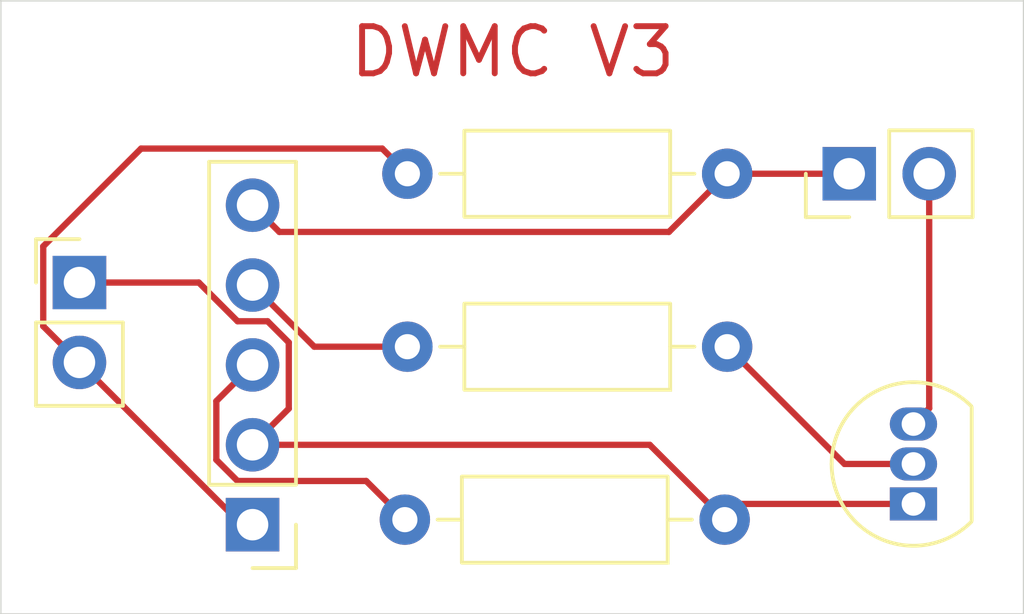
<source format=kicad_pcb>
(kicad_pcb (version 20241229) (generator "pcbnew") (generator_version "9.0")
  (layers (0 "F.Cu" signal) (2 "B.Cu" signal) (13 "F.Paste" user) (15 "B.Paste" user) (5 "F.SilkS" user "F.Silkscreen") (7 "B.SilkS" user "B.Silkscreen") (1 "F.Mask" user) (3 "B.Mask" user) (25 "Edge.Cuts" user))
  (net 0 "")
  (net 1 "Net-(J3-Pin_2)")
  (net 2 "Net-(Q1-B)")
  (net 3 "Net-(J1-Pin_2)")
  (net 4 "Net-(J2-Pin_5)")
  (net 5 "Net-(J2-Pin_3)")
  (net 6 "Net-(J2-Pin_4)")
  (net 7 "GND1")
  (footprint "Connector_PinHeader_2.54mm:PinHeader_1x02_P2.54mm_Vertical" (layer "F.Cu") (at 45 92.46)
    (property "Reference" "J1" (hide yes))
    (property "Value" "Battery" (hide yes))
    (fp_line (start -1.38 -1.38) (end 0 -1.38) (stroke (width 0.12)) (layer "F.SilkS"))
    (fp_line (start -1.38 0) (end -1.38 -1.38) (stroke (width 0.12)) (layer "F.SilkS"))
    (fp_line (start -1.38 1.27) (end -1.38 3.92) (stroke (width 0.12)) (layer "F.SilkS"))
    (fp_line (start -1.38 1.27) (end 1.38 1.27) (stroke (width 0.12)) (layer "F.SilkS"))
    (fp_line (start -1.38 3.92) (end 1.38 3.92) (stroke (width 0.12)) (layer "F.SilkS"))
    (fp_line (start 1.38 1.27) (end 1.38 3.92) (stroke (width 0.12)) (layer "F.SilkS"))
    (pad "1" thru_hole rect (at 0 0) (size 1.7 1.7) (drill 1) (layers "*.Cu" "*.Mask") (net 7 "GND1"))
    (pad "2" thru_hole circle (at 0 2.54) (size 1.7 1.7) (drill 1) (layers "*.Cu" "*.Mask") (net 3 "Net-(J1-Pin_2)"))
  )
  (footprint "Package_TO_SOT_THT:TO-92_Inline" (layer "F.Cu") (at 71.5 99.5 90)
    (property "Reference" "Q1" (hide yes))
    (property "Value" "S8050")
    (fp_line (start -0.53 1.85) (end 3.07 1.85) (stroke (width 0.12)) (layer "F.SilkS"))
    (fp_arc (start 1.27 -2.6) (mid 3.672087 -0.994977) (end 3.108478 1.838478) (stroke (width 0.12)) (layer "F.SilkS"))
    (fp_arc (start -0.568478 1.838478) (mid -1.132087 -0.994977) (end 1.27 -2.6) (stroke (width 0.12)) (layer "F.SilkS"))
    (pad "1" thru_hole rect (at 0 0 90) (size 1.05 1.5) (drill 0.75) (layers "*.Cu" "*.Mask") (net 7 "GND1"))
    (pad "2" thru_hole oval (at 1.27 0 90) (size 1.05 1.5) (drill 0.75) (layers "*.Cu" "*.Mask") (net 2 "Net-(Q1-B)"))
    (pad "3" thru_hole oval (at 2.54 0 90) (size 1.05 1.5) (drill 0.75) (layers "*.Cu" "*.Mask") (net 1 "Net-(J3-Pin_2)"))
  )
  (footprint "Resistor_THT:R_Axial_DIN0207_L6.3mm_D2.5mm_P10.16mm_Horizontal" (layer "F.Cu") (at 65.58 94.5 180)
    (property "Reference" "R2" (hide yes))
    (property "Value" "1K")
    (fp_line (start 9.12 0) (end 8.35 0) (stroke (width 0.12)) (layer "F.SilkS"))
    (fp_line (start 1.04 0) (end 1.81 0) (stroke (width 0.12)) (layer "F.SilkS"))
    (fp_rect (start 1.81 -1.37) (end 8.35 1.37) (stroke (width 0.12)) (fill no) (layer "F.SilkS"))
    (pad "1" thru_hole circle (at 0 0 180) (size 1.6 1.6) (drill 0.8) (layers "*.Cu" "*.Mask") (net 2 "Net-(Q1-B)"))
    (pad "2" thru_hole circle (at 10.16 0 180) (size 1.6 1.6) (drill 0.8) (layers "*.Cu" "*.Mask") (net 6 "Net-(J2-Pin_4)"))
  )
  (footprint "Resistor_THT:R_Axial_DIN0207_L6.3mm_D2.5mm_P10.16mm_Horizontal" (layer "F.Cu") (at 65.5 100 180)
    (property "Reference" "R3" (hide yes))
    (property "Value" "22K")
    (fp_line (start 9.12 0) (end 8.35 0) (stroke (width 0.12)) (layer "F.SilkS"))
    (fp_line (start 1.04 0) (end 1.81 0) (stroke (width 0.12)) (layer "F.SilkS"))
    (fp_rect (start 1.81 -1.37) (end 8.35 1.37) (stroke (width 0.12)) (fill no) (layer "F.SilkS"))
    (pad "1" thru_hole circle (at 0 0 180) (size 1.6 1.6) (drill 0.8) (layers "*.Cu" "*.Mask") (net 7 "GND1"))
    (pad "2" thru_hole circle (at 10.16 0 180) (size 1.6 1.6) (drill 0.8) (layers "*.Cu" "*.Mask") (net 5 "Net-(J2-Pin_3)"))
  )
  (footprint "Connector_PinHeader_2.54mm:PinHeader_1x05_P2.54mm_Vertical" (layer "F.Cu") (at 50.5 100.16 180)
    (property "Reference" "J2" (hide yes))
    (property "Value" "TPL5110" (hide yes))
    (fp_line (start 1.38 1.27) (end 1.38 11.54) (stroke (width 0.12)) (layer "F.SilkS"))
    (fp_line (start -1.38 11.54) (end 1.38 11.54) (stroke (width 0.12)) (layer "F.SilkS"))
    (fp_line (start -1.38 1.27) (end 1.38 1.27) (stroke (width 0.12)) (layer "F.SilkS"))
    (fp_line (start -1.38 1.27) (end -1.38 11.54) (stroke (width 0.12)) (layer "F.SilkS"))
    (fp_line (start -1.38 0) (end -1.38 -1.38) (stroke (width 0.12)) (layer "F.SilkS"))
    (fp_line (start -1.38 -1.38) (end 0 -1.38) (stroke (width 0.12)) (layer "F.SilkS"))
    (pad "1" thru_hole rect (at 0 0 180) (size 1.7 1.7) (drill 1) (layers "*.Cu" "*.Mask") (net 3 "Net-(J1-Pin_2)"))
    (pad "2" thru_hole circle (at 0 2.54 180) (size 1.7 1.7) (drill 1) (layers "*.Cu" "*.Mask") (net 7 "GND1"))
    (pad "3" thru_hole circle (at 0 5.08 180) (size 1.7 1.7) (drill 1) (layers "*.Cu" "*.Mask") (net 5 "Net-(J2-Pin_3)"))
    (pad "4" thru_hole circle (at 0 7.62 180) (size 1.7 1.7) (drill 1) (layers "*.Cu" "*.Mask") (net 6 "Net-(J2-Pin_4)"))
    (pad "5" thru_hole circle (at 0 10.16 180) (size 1.7 1.7) (drill 1) (layers "*.Cu" "*.Mask") (net 4 "Net-(J2-Pin_5)"))
  )
  (footprint "Resistor_THT:R_Axial_DIN0207_L6.3mm_D2.5mm_P10.16mm_Horizontal" (layer "F.Cu") (at 65.58 89 180)
    (property "Reference" "R1" (hide yes))
    (property "Value" "4.7K")
    (fp_line (start 9.12 0) (end 8.35 0) (stroke (width 0.12)) (layer "F.SilkS"))
    (fp_line (start 1.04 0) (end 1.81 0) (stroke (width 0.12)) (layer "F.SilkS"))
    (fp_rect (start 1.81 -1.37) (end 8.35 1.37) (stroke (width 0.12)) (fill no) (layer "F.SilkS"))
    (pad "1" thru_hole circle (at 0 0 180) (size 1.6 1.6) (drill 0.8) (layers "*.Cu" "*.Mask") (net 4 "Net-(J2-Pin_5)"))
    (pad "2" thru_hole circle (at 10.16 0 180) (size 1.6 1.6) (drill 0.8) (layers "*.Cu" "*.Mask") (net 3 "Net-(J1-Pin_2)"))
  )
  (footprint "Connector_PinHeader_2.54mm:PinHeader_1x02_P2.54mm_Vertical" (layer "F.Cu") (at 69.46 89 90)
    (property "Reference" "J3" (hide yes))
    (property "Value" "MCU")
    (fp_line (start -1.38 -1.38) (end 0 -1.38) (stroke (width 0.12)) (layer "F.SilkS"))
    (fp_line (start -1.38 0) (end -1.38 -1.38) (stroke (width 0.12)) (layer "F.SilkS"))
    (fp_line (start 1.38 1.27) (end 1.38 3.92) (stroke (width 0.12)) (layer "F.SilkS"))
    (fp_line (start -1.38 1.27) (end 1.38 1.27) (stroke (width 0.12)) (layer "F.SilkS"))
    (fp_line (start -1.38 1.27) (end -1.38 3.92) (stroke (width 0.12)) (layer "F.SilkS"))
    (fp_line (start -1.38 3.92) (end 1.38 3.92) (stroke (width 0.12)) (layer "F.SilkS"))
    (pad "1" thru_hole rect (at 0 0 90) (size 1.7 1.7) (drill 1) (layers "*.Cu" "*.Mask") (net 4 "Net-(J2-Pin_5)"))
    (pad "2" thru_hole circle (at 0 2.54 90) (size 1.7 1.7) (drill 1) (layers "*.Cu" "*.Mask") (net 1 "Net-(J3-Pin_2)"))
  )
  (gr_rect (start 42.5 83.5) (end 75 103) (stroke (width 0.05)) (fill no) (layer "Edge.Cuts"))
  (gr_text "DWMC V3" (at 53.5 86 0) (layer "F.Cu") (effects (font (size 1.5 1.5) (thickness 0.1875)) (justify left bottom)))
  (segment (start 72 89) (end 72 96.46) (width 0.2) (layer "F.Cu") (net 1))
  (segment (start 71.735 89.265) (end 72 89) (width 0.2) (layer "F.Cu") (net 1))
  (segment (start 72 96.46) (end 71.5 96.96) (width 0.2) (layer "F.Cu") (net 1))
  (segment (start 71.5 98.23) (end 69.31 98.23) (width 0.2) (layer "F.Cu") (net 2))
  (segment (start 69.31 98.23) (end 65.58 94.5) (width 0.2) (layer "F.Cu") (net 2))
  (segment (start 43.849 93.849) (end 45 95) (width 0.2) (layer "F.Cu") (net 3))
  (segment (start 45 95) (end 50.16 100.16) (width 0.2) (layer "F.Cu") (net 3))
  (segment (start 43.849 91.309) (end 43.849 93.849) (width 0.2) (layer "F.Cu") (net 3))
  (segment (start 46.957999 88.200001) (end 43.849 91.309) (width 0.2) (layer "F.Cu") (net 3))
  (segment (start 54.620001 88.200001) (end 46.957999 88.200001) (width 0.2) (layer "F.Cu") (net 3))
  (segment (start 55.42 89) (end 54.620001 88.200001) (width 0.2) (layer "F.Cu") (net 3))
  (segment (start 50.16 100.16) (end 50.5 100.16) (width 0.2) (layer "F.Cu") (net 3))
  (segment (start 50.5 90) (end 51.35 90.85) (width 0.2) (layer "F.Cu") (net 4))
  (segment (start 69.38 89.08) (end 69.46 89) (width 0.2) (layer "F.Cu") (net 4))
  (segment (start 69.46 89) (end 65.58 89) (width 0.2) (layer "F.Cu") (net 4))
  (segment (start 51.35 90.85) (end 63.73 90.85) (width 0.2) (layer "F.Cu") (net 4))
  (segment (start 63.73 90.85) (end 65.58 89) (width 0.2) (layer "F.Cu") (net 4))
  (segment (start 49.349 96.231) (end 50.5 95.08) (width 0.2) (layer "F.Cu") (net 5))
  (segment (start 49.349 98.09676) (end 49.349 96.231) (width 0.2) (layer "F.Cu") (net 5))
  (segment (start 55.34 100) (end 54.111 98.771) (width 0.2) (layer "F.Cu") (net 5))
  (segment (start 54.111 98.771) (end 50.02324 98.771) (width 0.2) (layer "F.Cu") (net 5))
  (segment (start 50.02324 98.771) (end 49.349 98.09676) (width 0.2) (layer "F.Cu") (net 5))
  (segment (start 55.42 94.5) (end 52.46 94.5) (width 0.2) (layer "F.Cu") (net 6))
  (segment (start 55.34 94.42) (end 55.42 94.5) (width 0.2) (layer "F.Cu") (net 6))
  (segment (start 52.46 94.5) (end 50.5 92.54) (width 0.2) (layer "F.Cu") (net 6))
  (segment (start 48.79224 92.46) (end 50.02324 93.691) (width 0.2) (layer "F.Cu") (net 7))
  (segment (start 50.5 97.62) (end 51.651 96.469) (width 0.2) (layer "F.Cu") (net 7))
  (segment (start 63.12 97.62) (end 65.5 100) (width 0.2) (layer "F.Cu") (net 7))
  (segment (start 45 92.46) (end 48.79224 92.46) (width 0.2) (layer "F.Cu") (net 7))
  (segment (start 51.651 96.469) (end 51.651 94.36524) (width 0.2) (layer "F.Cu") (net 7))
  (segment (start 51.651 94.36524) (end 50.97676 93.691) (width 0.2) (layer "F.Cu") (net 7))
  (segment (start 50.97676 93.691) (end 50.02324 93.691) (width 0.2) (layer "F.Cu") (net 7))
  (segment (start 71.5 99.5) (end 66 99.5) (width 0.2) (layer "F.Cu") (net 7))
  (segment (start 50.5 97.62) (end 50.099 97.219) (width 0.2) (layer "F.Cu") (net 7))
  (segment (start 50.5 97.62) (end 63.12 97.62) (width 0.2) (layer "F.Cu") (net 7))
  (segment (start 66 99.5) (end 65.5 100) (width 0.2) (layer "F.Cu") (net 7))
)
</source>
